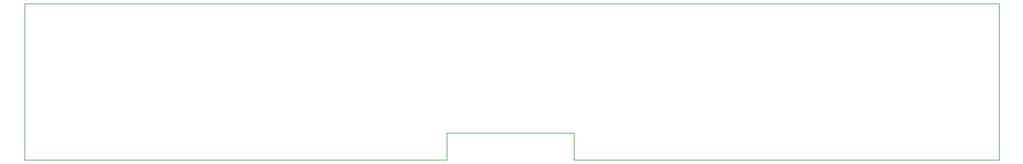
<source format=gko>
G04 Layer_Color=16711935*
%FSLAX25Y25*%
%MOIN*%
G70*
G01*
G75*
%ADD39C,0.00039*%
D39*
X405512Y100000D02*
X506299D01*
X405512D02*
Y115157D01*
X334646D02*
X405512D01*
X334646Y100000D02*
Y115157D01*
X235433Y100000D02*
X334646D01*
X506299D02*
X641732D01*
X100000D02*
X235433D01*
X100000D02*
Y187008D01*
X641732D01*
Y100000D02*
Y187008D01*
M02*

</source>
